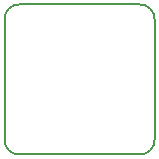
<source format=gko>
G04 Layer: BoardOutlineLayer*
G04 EasyEDA v6.5.39, 2024-01-08 11:37:38*
G04 0db55a3490f04fbeb67349a76954b607,24315905b9734375b2ccc5c6aeea7757,10*
G04 Gerber Generator version 0.2*
G04 Scale: 100 percent, Rotated: No, Reflected: No *
G04 Dimensions in inches *
G04 leading zeros omitted , absolute positions ,3 integer and 6 decimal *
%FSLAX36Y36*%
%MOIN*%

%ADD10C,0.0050*%
D10*
X100000Y550000D02*
G01*
X500000Y550000D01*
X50000Y100000D02*
G01*
X50000Y500000D01*
X500000Y50000D02*
G01*
X100000Y50000D01*
X550000Y500000D02*
G01*
X550000Y100000D01*
G75*
G01*
X50027Y499973D02*
G02*
X100027Y549973I47732J2268D01*
G75*
G01*
X100026Y50027D02*
G02*
X50026Y100027I-2268J47732D01*
G75*
G01*
X499973Y50027D02*
G03*
X549973Y100027I2268J47732D01*
G75*
G01*
X549973Y499973D02*
G03*
X499973Y549973I-47732J2268D01*

%LPD*%
M02*

</source>
